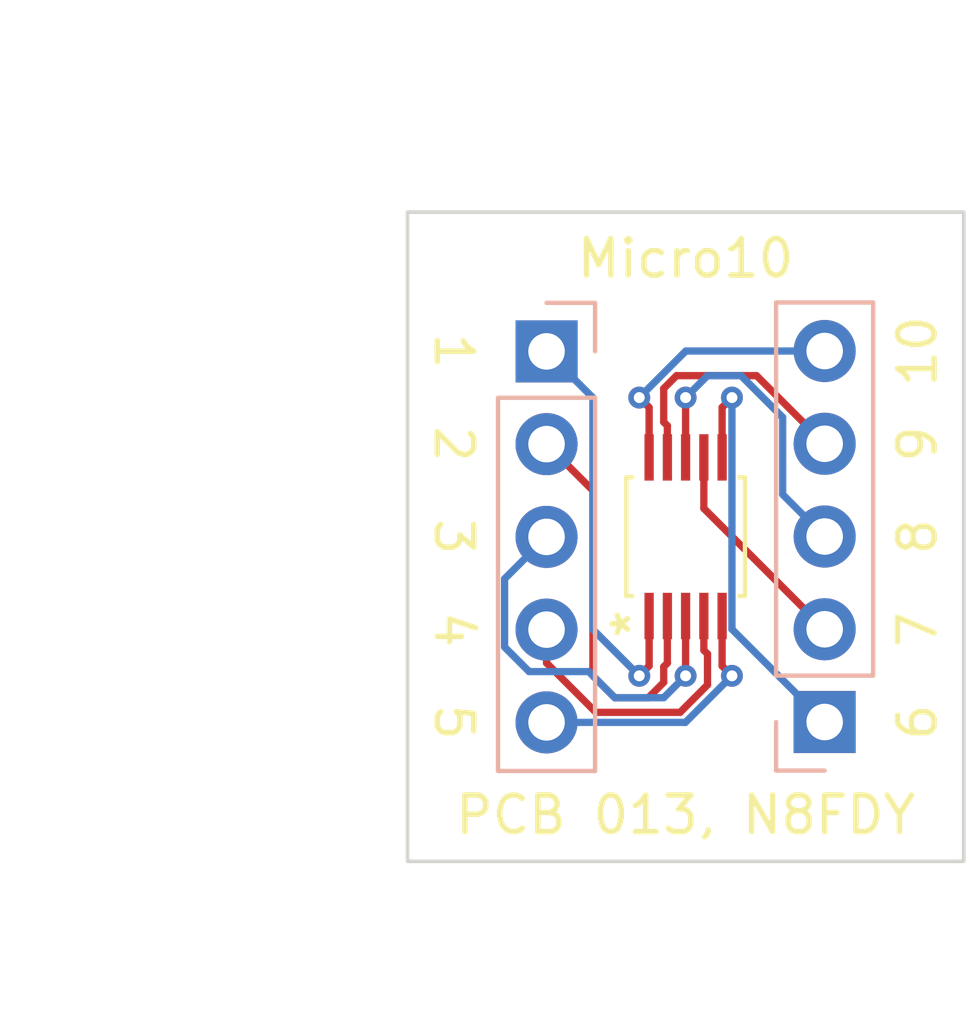
<source format=kicad_pcb>
(kicad_pcb (version 20211014) (generator pcbnew)
  (layers (0 "F.Cu" signal) (31 "B.Cu" signal) (34 "B.Paste" user) (35 "F.Paste" user) (36 "B.SilkS" user "B.Silkscreen") (37 "F.SilkS" user "F.Silkscreen") (38 "B.Mask" user) (39 "F.Mask" user) (44 "Edge.Cuts" user))
  (net 0 "")
  (net 1 "/Pin_1")
  (net 2 "/Pin_2")
  (net 3 "/Pin_3")
  (net 4 "/Pin_4")
  (net 5 "/Pin_5")
  (net 6 "/Pin_6")
  (net 7 "/Pin_7")
  (net 8 "/Pin_8")
  (net 9 "/Pin_9")
  (net 10 "/Pin_10")
  (footprint "N8FDY:MICRO10_3X3_ONS" (layer "F.Cu") (at 146.05 86.36 90)
    (fp_text reference "IC101" hide)
    (fp_text value "Micro10" (at 7.62 0 180) (layer "F.SilkS"))
    (fp_text user "*" (at -2.3876 -1.4732 90) (layer "F.SilkS"))
    (fp_line (start -1.6256 1.459741) (end -1.6256 1.6256) (layer "F.SilkS") (width 0.12))
    (fp_line (start 1.6256 -1.6256) (end -1.6256 -1.6256) (layer "F.SilkS") (width 0.12))
    (fp_line (start 1.6256 1.6256) (end 1.6256 1.459741) (layer "F.SilkS") (width 0.12))
    (fp_line (start -1.6256 -1.6256) (end -1.6256 -1.459741) (layer "F.SilkS") (width 0.12))
    (fp_line (start 1.6256 -1.459741) (end 1.6256 -1.6256) (layer "F.SilkS") (width 0.12))
    (fp_line (start -1.6256 1.6256) (end 1.6256 1.6256) (layer "F.SilkS") (width 0.12))
    (pad "1" smd rect (at -2.1717 -1.000001 90) (size 1.27 0.254) (layers "F.Cu" "F.Paste" "F.Mask") (net 1 "/Pin_1"))
    (pad "2" smd rect (at -2.1717 -0.499999 90) (size 1.27 0.254) (layers "F.Cu" "F.Paste" "F.Mask") (net 2 "/Pin_2"))
    (pad "3" smd rect (at -2.1717 0 90) (size 1.27 0.254) (layers "F.Cu" "F.Paste" "F.Mask") (net 3 "/Pin_3"))
    (pad "4" smd rect (at -2.1717 0.499999 90) (size 1.27 0.254) (layers "F.Cu" "F.Paste" "F.Mask") (net 4 "/Pin_4"))
    (pad "5" smd rect (at -2.1717 1.000001 90) (size 1.27 0.254) (layers "F.Cu" "F.Paste" "F.Mask") (net 5 "/Pin_5"))
    (pad "6" smd rect (at 2.1717 1.000001 90) (size 1.27 0.254) (layers "F.Cu" "F.Paste" "F.Mask") (net 6 "/Pin_6"))
    (pad "7" smd rect (at 2.1717 0.499999 90) (size 1.27 0.254) (layers "F.Cu" "F.Paste" "F.Mask") (net 7 "/Pin_7"))
    (pad "8" smd rect (at 2.1717 0 90) (size 1.27 0.254) (layers "F.Cu" "F.Paste" "F.Mask") (net 8 "/Pin_8"))
    (pad "9" smd rect (at 2.1717 -0.499999 90) (size 1.27 0.254) (layers "F.Cu" "F.Paste" "F.Mask") (net 9 "/Pin_9"))
    (pad "10" smd rect (at 2.1717 -1.000001 90) (size 1.27 0.254) (layers "F.Cu" "F.Paste" "F.Mask") (net 10 "/Pin_10"))
  )
  (footprint "Connector_PinHeader_2.54mm:PinHeader_1x05_P2.54mm_Vertical" (layer "B.Cu") (at 149.86 91.435)
    (fp_text reference "J102" hide)
    (fp_text value "Pin 6-19" hide)
    (fp_line (start -1.33 -1.27) (end -1.33 -11.49) (layer "B.SilkS") (width 0.12))
    (fp_line (start 1.33 -1.27) (end 1.33 -11.49) (layer "B.SilkS") (width 0.12))
    (fp_line (start -1.33 0) (end -1.33 1.33) (layer "B.SilkS") (width 0.12))
    (fp_line (start -1.33 1.33) (end 0 1.33) (layer "B.SilkS") (width 0.12))
    (fp_line (start -1.33 -1.27) (end 1.33 -1.27) (layer "B.SilkS") (width 0.12))
    (fp_line (start -1.33 -11.49) (end 1.33 -11.49) (layer "B.SilkS") (width 0.12))
    (pad "1" thru_hole rect (at 0 0) (size 1.7 1.7) (drill 1) (layers *.Cu *.Mask) (net 6 "/Pin_6"))
    (pad "2" thru_hole oval (at 0 -2.54) (size 1.7 1.7) (drill 1) (layers *.Cu *.Mask) (net 7 "/Pin_7"))
    (pad "3" thru_hole oval (at 0 -5.08) (size 1.7 1.7) (drill 1) (layers *.Cu *.Mask) (net 8 "/Pin_8"))
    (pad "4" thru_hole oval (at 0 -7.62) (size 1.7 1.7) (drill 1) (layers *.Cu *.Mask) (net 9 "/Pin_9"))
    (pad "5" thru_hole oval (at 0 -10.16) (size 1.7 1.7) (drill 1) (layers *.Cu *.Mask) (net 10 "/Pin_10"))
  )
  (footprint "Connector_PinHeader_2.54mm:PinHeader_1x05_P2.54mm_Vertical" (layer "B.Cu") (at 142.24 81.285 180)
    (fp_text reference "J101" hide)
    (fp_text value "Pin 1-5" hide)
    (fp_line (start -1.33 -11.49) (end 1.33 -11.49) (layer "B.SilkS") (width 0.12))
    (fp_line (start 1.33 -1.27) (end 1.33 -11.49) (layer "B.SilkS") (width 0.12))
    (fp_line (start -1.33 -1.27) (end -1.33 -11.49) (layer "B.SilkS") (width 0.12))
    (fp_line (start -1.33 -1.27) (end 1.33 -1.27) (layer "B.SilkS") (width 0.12))
    (fp_line (start -1.33 1.33) (end 0 1.33) (layer "B.SilkS") (width 0.12))
    (fp_line (start -1.33 0) (end -1.33 1.33) (layer "B.SilkS") (width 0.12))
    (pad "1" thru_hole rect (at 0 0 180) (size 1.7 1.7) (drill 1) (layers *.Cu *.Mask) (net 1 "/Pin_1"))
    (pad "2" thru_hole oval (at 0 -2.54 180) (size 1.7 1.7) (drill 1) (layers *.Cu *.Mask) (net 2 "/Pin_2"))
    (pad "3" thru_hole oval (at 0 -5.08 180) (size 1.7 1.7) (drill 1) (layers *.Cu *.Mask) (net 3 "/Pin_3"))
    (pad "4" thru_hole oval (at 0 -7.62 180) (size 1.7 1.7) (drill 1) (layers *.Cu *.Mask) (net 4 "/Pin_4"))
    (pad "5" thru_hole oval (at 0 -10.16 180) (size 1.7 1.7) (drill 1) (layers *.Cu *.Mask) (net 5 "/Pin_5"))
  )
  (gr_rect (start 138.43 95.25) (end 153.67 77.47) (layer "Edge.Cuts") (width 0.1) (fill none))
  (gr_text "10" (at 152.4 81.28 90) (layer "F.SilkS") (effects (font (size 1 1))))
  (gr_text "5" (at 139.7 91.44 -90) (layer "F.SilkS") (effects (font (size 1 1))))
  (gr_text "4" (at 139.7 88.9 -90) (layer "F.SilkS") (effects (font (size 1 1))))
  (gr_text "PCB 013, N8FDY" (at 146.05 93.98) (layer "F.SilkS") (effects (font (size 1 1))))
  (gr_text "1" (at 139.7 81.28 -90) (layer "F.SilkS") (effects (font (size 1 1))))
  (gr_text "9" (at 152.4 83.82 90) (layer "F.SilkS") (effects (font (size 1 1))))
  (gr_text "7" (at 152.4 88.9 90) (layer "F.SilkS") (effects (font (size 1 1))))
  (gr_text "6" (at 152.4 91.44 90) (layer "F.SilkS") (effects (font (size 1 1))))
  (gr_text "3" (at 139.7 86.36 -90) (layer "F.SilkS") (effects (font (size 1 1))))
  (gr_text "8" (at 152.4 86.36 90) (layer "F.SilkS") (effects (font (size 1 1))))
  (gr_text "2" (at 139.7 83.82 -90) (layer "F.SilkS") (effects (font (size 1 1))))
  (segment (start 145.049999 88.5317) (end 145.049999 89.900001) (width 0.2) (layer "F.Cu") (net 1))
  (segment (start 145.049999 89.900001) (end 144.78 90.17) (width 0.2) (layer "F.Cu") (net 1))
  (via (at 144.78 90.17) (size 0.6) (drill 0.3) (layers "F.Cu" "B.Cu") (net 1))
  (segment (start 143.51 82.555) (end 142.24 81.285) (width 0.2) (layer "B.Cu") (net 1))
  (segment (start 143.51 88.9) (end 143.51 82.555) (width 0.2) (layer "B.Cu") (net 1))
  (segment (start 144.78 90.17) (end 143.51 88.9) (width 0.2) (layer "B.Cu") (net 1))
  (segment (start 145.550001 89.82147) (end 145.45 89.921471) (width 0.2) (layer "F.Cu") (net 2))
  (segment (start 143.51 85.095) (end 142.24 83.825) (width 0.2) (layer "F.Cu") (net 2))
  (segment (start 145.45 89.921471) (end 145.45 90.348529) (width 0.2) (layer "F.Cu") (net 2))
  (segment (start 144.11 90.77) (end 143.51 90.17) (width 0.2) (layer "F.Cu") (net 2))
  (segment (start 145.550001 88.5317) (end 145.550001 89.82147) (width 0.2) (layer "F.Cu") (net 2))
  (segment (start 145.45 90.348529) (end 145.028529 90.77) (width 0.2) (layer "F.Cu") (net 2))
  (segment (start 143.51 90.17) (end 143.51 85.095) (width 0.2) (layer "F.Cu") (net 2))
  (segment (start 145.028529 90.77) (end 144.11 90.77) (width 0.2) (layer "F.Cu") (net 2))
  (segment (start 146.05 88.5317) (end 146.05 90.17) (width 0.2) (layer "F.Cu") (net 3))
  (via (at 146.05 90.17) (size 0.6) (drill 0.3) (layers "F.Cu" "B.Cu") (net 3))
  (segment (start 144.11 90.77) (end 143.395 90.055) (width 0.2) (layer "B.Cu") (net 3))
  (segment (start 146.05 90.17) (end 145.45 90.77) (width 0.2) (layer "B.Cu") (net 3))
  (segment (start 145.45 90.77) (end 144.11 90.77) (width 0.2) (layer "B.Cu") (net 3))
  (segment (start 141.763654 90.055) (end 141.09 89.381346) (width 0.2) (layer "B.Cu") (net 3))
  (segment (start 141.09 87.515) (end 142.24 86.365) (width 0.2) (layer "B.Cu") (net 3))
  (segment (start 141.09 89.381346) (end 141.09 87.515) (width 0.2) (layer "B.Cu") (net 3))
  (segment (start 143.395 90.055) (end 141.763654 90.055) (width 0.2) (layer "B.Cu") (net 3))
  (segment (start 146.65 90.418529) (end 146.65 89.57) (width 0.2) (layer "F.Cu") (net 4))
  (segment (start 142.24 89.818654) (end 143.591346 91.17) (width 0.2) (layer "F.Cu") (net 4))
  (segment (start 146.549999 89.469999) (end 146.549999 88.5317) (width 0.2) (layer "F.Cu") (net 4))
  (segment (start 142.24 88.905) (end 142.24 89.818654) (width 0.2) (layer "F.Cu") (net 4))
  (segment (start 145.898529 91.17) (end 146.65 90.418529) (width 0.2) (layer "F.Cu") (net 4))
  (segment (start 143.591346 91.17) (end 145.898529 91.17) (width 0.2) (layer "F.Cu") (net 4))
  (segment (start 146.65 89.57) (end 146.549999 89.469999) (width 0.2) (layer "F.Cu") (net 4))
  (segment (start 147.050001 88.5317) (end 147.050001 89.900001) (width 0.2) (layer "F.Cu") (net 5))
  (segment (start 147.050001 89.900001) (end 147.32 90.17) (width 0.2) (layer "F.Cu") (net 5))
  (via (at 147.32 90.17) (size 0.6) (drill 0.3) (layers "F.Cu" "B.Cu") (net 5))
  (segment (start 147.32 90.17) (end 146.045 91.445) (width 0.2) (layer "B.Cu") (net 5))
  (segment (start 146.045 91.445) (end 142.24 91.445) (width 0.2) (layer "B.Cu") (net 5))
  (segment (start 147.050001 84.1883) (end 147.050001 82.819999) (width 0.2) (layer "F.Cu") (net 6))
  (segment (start 147.050001 82.819999) (end 147.32 82.55) (width 0.2) (layer "F.Cu") (net 6))
  (via (at 147.32 82.55) (size 0.6) (drill 0.3) (layers "F.Cu" "B.Cu") (net 6))
  (segment (start 149.86 91.435) (end 147.32 88.895) (width 0.2) (layer "B.Cu") (net 6))
  (segment (start 147.32 88.895) (end 147.32 82.55) (width 0.2) (layer "B.Cu") (net 6))
  (segment (start 149.86 88.895) (end 146.549999 85.584999) (width 0.2) (layer "F.Cu") (net 7))
  (segment (start 146.549999 85.584999) (end 146.549999 84.1883) (width 0.2) (layer "F.Cu") (net 7))
  (segment (start 146.05 84.1883) (end 146.05 82.55) (width 0.2) (layer "F.Cu") (net 8))
  (via (at 146.05 82.55) (size 0.6) (drill 0.3) (layers "F.Cu" "B.Cu") (net 8))
  (segment (start 149.86 86.355) (end 148.71 85.205) (width 0.2) (layer "B.Cu") (net 8))
  (segment (start 147.568529 81.95) (end 146.65 81.95) (width 0.2) (layer "B.Cu") (net 8))
  (segment (start 148.71 83.091471) (end 147.568529 81.95) (width 0.2) (layer "B.Cu") (net 8))
  (segment (start 148.71 85.205) (end 148.71 83.091471) (width 0.2) (layer "B.Cu") (net 8))
  (segment (start 146.65 81.95) (end 146.05 82.55) (width 0.2) (layer "B.Cu") (net 8))
  (segment (start 145.550001 83.320001) (end 145.550001 84.1883) (width 0.2) (layer "F.Cu") (net 9))
  (segment (start 145.801471 81.95) (end 145.45 82.301471) (width 0.2) (layer "F.Cu") (net 9))
  (segment (start 149.86 83.815) (end 147.995 81.95) (width 0.2) (layer "F.Cu") (net 9))
  (segment (start 147.995 81.95) (end 145.801471 81.95) (width 0.2) (layer "F.Cu") (net 9))
  (segment (start 145.45 82.301471) (end 145.45 83.22) (width 0.2) (layer "F.Cu") (net 9))
  (segment (start 145.45 83.22) (end 145.550001 83.320001) (width 0.2) (layer "F.Cu") (net 9))
  (segment (start 145.049999 84.1883) (end 145.049999 82.819999) (width 0.2) (layer "F.Cu") (net 10))
  (segment (start 145.049999 82.819999) (end 144.78 82.55) (width 0.2) (layer "F.Cu") (net 10))
  (via (at 144.78 82.55) (size 0.6) (drill 0.3) (layers "F.Cu" "B.Cu") (net 10))
  (segment (start 146.055 81.275) (end 144.78 82.55) (width 0.2) (layer "B.Cu") (net 10))
  (segment (start 149.86 81.275) (end 146.055 81.275) (width 0.2) (layer "B.Cu") (net 10))
)
</source>
